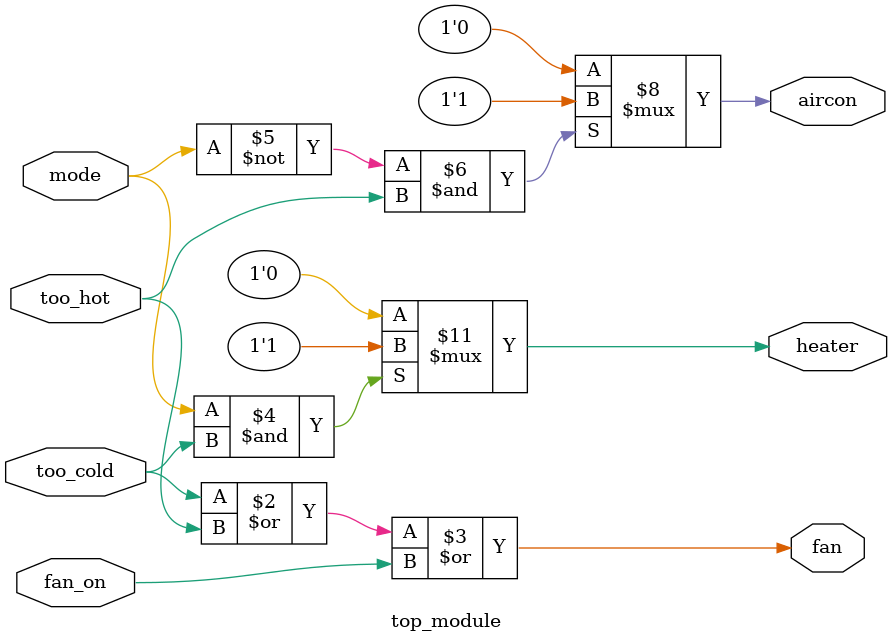
<source format=sv>
module top_module(
    input mode,
    input too_cold,
    input too_hot,
    input fan_on,
    output reg heater,
    output reg aircon,
    output reg fan
);

always @(*) begin
    // Control the fan
    fan = (too_cold | too_hot | fan_on);
    
    // Control the heater
    if (mode & too_cold) begin
        heater = 1'b1;
    end else begin
        heater = 1'b0;
    end
    
    // Control the air conditioner
    if (~mode & too_hot) begin
        aircon = 1'b1;
    end else begin
        aircon = 1'b0;
    end
end

endmodule

</source>
